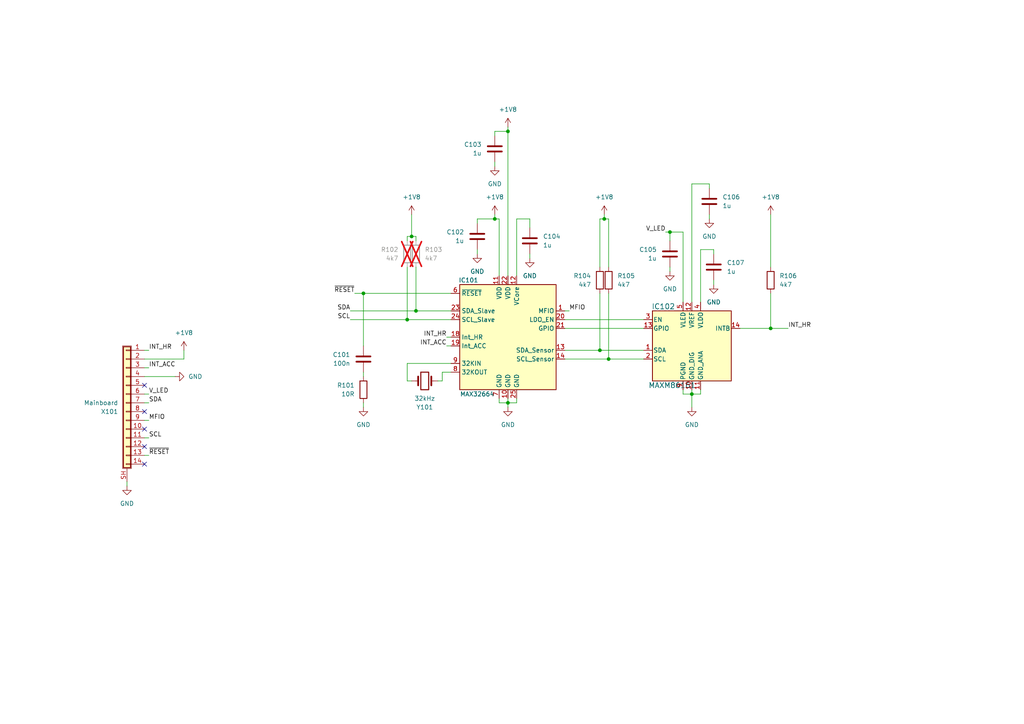
<source format=kicad_sch>
(kicad_sch (version 20230121) (generator eeschema)
  (paper "A4")
  (title_block (title "ZSWatch Heart rate") (date "2024-03-01") (rev "1") (company "github.com/jakkra/ZSWatch-HeartRate"))
  (lib_symbols
    (symbol "AnalogDevices_Kampi:MAX32664"
      (property "Reference" "IC" (at -12.7 16.51 0))
      (property "Value" "MAX32664" (at -8.89 -16.51 0))
      (symbol "MAX32664_1_1"
        (rectangle (start -13.97 15.24) (end 13.97 -15.24) (stroke (width 0.254)) (fill (type background)))
        (pin bidirectional line (at 16.51 7.62 180) (length 2.54) (name "MFIO") (number "1"))
        (pin passive line (at 0 -17.78 90) (length 2.54) (name "GND") (number "10"))
        (pin power_in line (at -2.54 17.78 270) (length 2.54) (name "VDD") (number "11"))
        (pin power_in line (at 2.54 17.78 270) (length 2.54) (name "VCore") (number "12"))
        (pin bidirectional line (at 16.51 -3.81 180) (length 2.54) (name "SDA_Sensor") (number "13"))
        (pin output line (at 16.51 -6.35 180) (length 2.54) (name "SCL_Sensor") (number "14"))
        (pin input line (at -16.51 0 0) (length 2.54) (name "Int_HR") (number "18"))
        (pin input line (at -16.51 -2.54 0) (length 2.54) (name "Int_ACC") (number "19"))
        (pin output line (at 16.51 5.08 180) (length 2.54) (name "LDO_EN") (number "20"))
        (pin bidirectional line (at 16.51 2.54 180) (length 2.54) (name "GPIO") (number "21"))
        (pin power_in line (at 0 17.78 270) (length 2.54) (name "VDD") (number "22"))
        (pin bidirectional line (at -16.51 7.62 0) (length 2.54) (name "SDA_Slave") (number "23"))
        (pin input line (at -16.51 5.08 0) (length 2.54) (name "SCL_Slave") (number "24"))
        (pin passive line (at 2.54 -17.78 90) (length 2.54) (name "GND") (number "25"))
        (pin input line (at -16.51 12.7 0) (length 2.54) (name "~{RESET}") (number "6"))
        (pin passive line (at -2.54 -17.78 90) (length 2.54) (name "GND") (number "7"))
        (pin output line (at -16.51 -10.16 0) (length 2.54) (name "32KOUT") (number "8"))
        (pin input line (at -16.51 -7.62 0) (length 2.54) (name "32KIN") (number "9"))
      )
    )
    (symbol "AnalogDevices_Kampi:MAXM86161" (pin_names (offset 0.254))
      (property "Reference" "IC" (at -10.16 11.43 0))
      (property "Value" "MAXM86161" (at -1.905 -11.43 0))
      (symbol "MAXM86161_1_1"
        (rectangle (start -11.43 10.16) (end 11.43 -10.16) (stroke (width 0.254)) (fill (type background)))
        (pin bidirectional line (at -13.97 -1.27 0) (length 2.54) (name "SDA") (number "1"))
        (pin passive line (at 0 -12.7 90) (length 2.54) (name "GND_DIG") (number "10"))
        (pin passive line (at 2.54 -12.7 90) (length 2.54) (name "GND_ANA") (number "11"))
        (pin power_in line (at 0 12.7 270) (length 2.54) (name "VREF") (number "12"))
        (pin bidirectional line (at -13.97 5.08 0) (length 2.54) (name "GPIO") (number "13"))
        (pin input line (at 13.97 5.08 180) (length 2.54) (name "INTB") (number "14"))
        (pin input line (at -13.97 -3.81 0) (length 2.54) (name "SCL") (number "2"))
        (pin input line (at -13.97 7.62 0) (length 2.54) (name "EN") (number "3"))
        (pin power_in line (at 2.54 12.7 270) (length 2.54) (name "VLDO") (number "4"))
        (pin power_in line (at -2.54 12.7 270) (length 2.54) (name "VLED") (number "5"))
        (pin passive line (at -2.54 -12.7 90) (length 2.54) (name "PGND") (number "9"))
      )
    )
    (symbol "Connector_Generic_Shielded:Conn_01x14_Shielded" (pin_names (offset 1.016) hide)
      (property "Reference" "J" (at 0.254 17.526 0))
      (property "Value" "Conn_01x14_Shielded" (at 1.016 -20.066 0))
      (symbol "Conn_01x14_Shielded_1_1"
        (rectangle (start -1.27 16.51) (end 1.27 -19.05) (stroke (width 0.1524)))
        (rectangle (start -1.016 -17.653) (end 0.254 -17.907) (stroke (width 0.1524)))
        (rectangle (start -1.016 -15.113) (end 0.254 -15.367) (stroke (width 0.1524)))
        (rectangle (start -1.016 -12.573) (end 0.254 -12.827) (stroke (width 0.1524)))
        (rectangle (start -1.016 -10.033) (end 0.254 -10.287) (stroke (width 0.1524)))
        (rectangle (start -1.016 -7.493) (end 0.254 -7.747) (stroke (width 0.1524)))
        (rectangle (start -1.016 -4.953) (end 0.254 -5.207) (stroke (width 0.1524)))
        (rectangle (start -1.016 -2.413) (end 0.254 -2.667) (stroke (width 0.1524)))
        (rectangle (start -1.016 0.127) (end 0.254 -0.127) (stroke (width 0.1524)))
        (rectangle (start -1.016 2.667) (end 0.254 2.413) (stroke (width 0.1524)))
        (rectangle (start -1.016 5.207) (end 0.254 4.953) (stroke (width 0.1524)))
        (rectangle (start -1.016 7.747) (end 0.254 7.493) (stroke (width 0.1524)))
        (rectangle (start -1.016 10.287) (end 0.254 10.033) (stroke (width 0.1524)))
        (rectangle (start -1.016 12.827) (end 0.254 12.573) (stroke (width 0.1524)))
        (rectangle (start -1.016 15.367) (end 0.254 15.113) (stroke (width 0.1524)))
        (rectangle (start -1.016 16.256) (end 1.016 -18.796) (stroke (width 0.254)) (fill (type background)))
        (pin passive line (at -5.08 15.24 0) (length 4.064) (name "Pin_1") (number "1"))
        (pin passive line (at -5.08 -7.62 0) (length 4.064) (name "Pin_10") (number "10"))
        (pin passive line (at -5.08 -10.16 0) (length 4.064) (name "Pin_11") (number "11"))
        (pin passive line (at -5.08 -12.7 0) (length 4.064) (name "Pin_12") (number "12"))
        (pin passive line (at -5.08 -15.24 0) (length 4.064) (name "Pin_13") (number "13"))
        (pin passive line (at -5.08 -17.78 0) (length 4.064) (name "Pin_14") (number "14"))
        (pin passive line (at -5.08 12.7 0) (length 4.064) (name "Pin_2") (number "2"))
        (pin passive line (at -5.08 10.16 0) (length 4.064) (name "Pin_3") (number "3"))
        (pin passive line (at -5.08 7.62 0) (length 4.064) (name "Pin_4") (number "4"))
        (pin passive line (at -5.08 5.08 0) (length 4.064) (name "Pin_5") (number "5"))
        (pin passive line (at -5.08 2.54 0) (length 4.064) (name "Pin_6") (number "6"))
        (pin passive line (at -5.08 0 0) (length 4.064) (name "Pin_7") (number "7"))
        (pin passive line (at -5.08 -2.54 0) (length 4.064) (name "Pin_8") (number "8"))
        (pin passive line (at -5.08 -5.08 0) (length 4.064) (name "Pin_9") (number "9"))
        (pin passive line (at 0 -22.86 90) (length 3.81) (name "Shield") (number "SH"))
      )
    )
    (symbol "Device:C" (pin_numbers hide) (pin_names (offset 0.254))
      (property "Reference" "C" (at 0.635 2.54 0))
      (property "Value" "C" (at 0.635 -2.54 0))
      (symbol "C_0_1"
        (polyline (pts (xy -2.032 -0.762) (xy 2.032 -0.762)) (stroke (width 0.508)))
        (polyline (pts (xy -2.032 0.762) (xy 2.032 0.762)) (stroke (width 0.508)))
      )
      (symbol "C_1_1"
        (pin passive line (at 0 3.81 270) (length 2.794) (name "~") (number "1"))
        (pin passive line (at 0 -3.81 90) (length 2.794) (name "~") (number "2"))
      )
    )
    (symbol "Device:Crystal" (pin_numbers hide) (pin_names (offset 1.016) hide)
      (property "Reference" "Y" (at 0 3.81 0))
      (property "Value" "Crystal" (at 0 -3.81 0))
      (symbol "Crystal_0_1"
        (rectangle (start -1.143 2.54) (end 1.143 -2.54) (stroke (width 0.3048)))
        (polyline (pts (xy -2.54 0) (xy -1.905 0)))
        (polyline (pts (xy -1.905 -1.27) (xy -1.905 1.27)) (stroke (width 0.508)))
        (polyline (pts (xy 1.905 -1.27) (xy 1.905 1.27)) (stroke (width 0.508)))
        (polyline (pts (xy 2.54 0) (xy 1.905 0)))
      )
      (symbol "Crystal_1_1"
        (pin passive line (at -3.81 0 0) (length 1.27) (name "1") (number "1"))
        (pin passive line (at 3.81 0 180) (length 1.27) (name "2") (number "2"))
      )
    )
    (symbol "Device:R" (pin_numbers hide) (pin_names (offset 0))
      (property "Reference" "R" (at 2.032 0 90))
      (property "Value" "R" (at 0 0 90))
      (symbol "R_0_1"
        (rectangle (start -1.016 -2.54) (end 1.016 2.54) (stroke (width 0.254)))
      )
      (symbol "R_1_1"
        (pin passive line (at 0 3.81 270) (length 1.27) (name "~") (number "1"))
        (pin passive line (at 0 -3.81 90) (length 1.27) (name "~") (number "2"))
      )
    )
    (symbol "power:+1V8" (power) (pin_names (offset 0))
      (property "Value" "+1V8" (at 0 3.556 0))
      (symbol "+1V8_0_1"
        (polyline (pts (xy -0.762 1.27) (xy 0 2.54)))
        (polyline (pts (xy 0 0) (xy 0 2.54)))
        (polyline (pts (xy 0 2.54) (xy 0.762 1.27)))
      )
      (symbol "+1V8_1_1"
        (pin power_in line (at 0 0 90) (length 0) hide (name "+1V8") (number "1"))
      )
    )
    (symbol "power:GND" (power) (pin_names (offset 0))
      (property "Value" "GND" (at 0 -3.81 0))
      (symbol "GND_0_1"
        (polyline (pts (xy 0 0) (xy 0 -1.27) (xy 1.27 -1.27) (xy 0 -2.54) (xy -1.27 -1.27) (xy 0 -1.27)))
      )
      (symbol "GND_1_1"
        (pin power_in line (at 0 0 270) (length 0) hide (name "GND") (number "1"))
      )
    )
  )
  (junction (at 176.53 104.14))
  (junction (at 147.32 38.1))
  (junction (at 120.65 90.17))
  (junction (at 194.31 67.31))
  (junction (at 119.38 68.58))
  (junction (at 105.41 85.09))
  (junction (at 147.32 116.84))
  (junction (at 118.11 92.71))
  (junction (at 175.26 63.5))
  (junction (at 223.52 95.25))
  (junction (at 173.99 101.6))
  (junction (at 143.51 63.5))
  (junction (at 200.66 114.3))
  (no_connect (at 41.91 129.54))
  (no_connect (at 41.91 124.46))
  (no_connect (at 41.91 119.38))
  (no_connect (at 41.91 134.62))
  (no_connect (at 41.91 111.76))
  (wire (pts (xy 173.99 77.47) (xy 173.99 63.5)))
  (wire (pts (xy 41.91 121.92) (xy 43.18 121.92)))
  (wire (pts (xy 223.52 95.25) (xy 228.6 95.25)))
  (wire (pts (xy 129.54 97.79) (xy 130.81 97.79)))
  (wire (pts (xy 173.99 63.5) (xy 175.26 63.5)))
  (wire (pts (xy 143.51 62.23) (xy 143.51 63.5)))
  (wire (pts (xy 127 110.49) (xy 128.27 110.49)))
  (wire (pts (xy 205.74 62.23) (xy 205.74 63.5)))
  (wire (pts (xy 102.87 85.09) (xy 105.41 85.09)))
  (wire (pts (xy 41.91 132.08) (xy 43.18 132.08)))
  (wire (pts (xy 207.01 72.39) (xy 207.01 73.66)))
  (wire (pts (xy 176.53 63.5) (xy 176.53 77.47)))
  (wire (pts (xy 118.11 105.41) (xy 118.11 110.49)))
  (wire (pts (xy 41.91 116.84) (xy 43.18 116.84)))
  (wire (pts (xy 118.11 69.85) (xy 118.11 68.58)))
  (wire (pts (xy 36.83 139.7) (xy 36.83 140.97)))
  (wire (pts (xy 41.91 104.14) (xy 53.34 104.14)))
  (wire (pts (xy 198.12 114.3) (xy 200.66 114.3)))
  (wire (pts (xy 200.66 114.3) (xy 203.2 114.3)))
  (wire (pts (xy 149.86 63.5) (xy 153.67 63.5)))
  (wire (pts (xy 105.41 107.95) (xy 105.41 109.22)))
  (wire (pts (xy 198.12 87.63) (xy 198.12 67.31)))
  (wire (pts (xy 149.86 80.01) (xy 149.86 63.5)))
  (wire (pts (xy 163.83 95.25) (xy 186.69 95.25)))
  (wire (pts (xy 129.54 100.33) (xy 130.81 100.33)))
  (wire (pts (xy 176.53 104.14) (xy 186.69 104.14)))
  (wire (pts (xy 147.32 38.1) (xy 147.32 80.01)))
  (wire (pts (xy 120.65 68.58) (xy 120.65 69.85)))
  (wire (pts (xy 143.51 46.99) (xy 143.51 48.26)))
  (wire (pts (xy 175.26 63.5) (xy 176.53 63.5)))
  (wire (pts (xy 120.65 90.17) (xy 130.81 90.17)))
  (wire (pts (xy 203.2 114.3) (xy 203.2 113.03)))
  (wire (pts (xy 163.83 104.14) (xy 176.53 104.14)))
  (wire (pts (xy 101.6 92.71) (xy 118.11 92.71)))
  (wire (pts (xy 101.6 90.17) (xy 120.65 90.17)))
  (wire (pts (xy 144.78 63.5) (xy 143.51 63.5)))
  (wire (pts (xy 163.83 92.71) (xy 186.69 92.71)))
  (wire (pts (xy 130.81 85.09) (xy 105.41 85.09)))
  (wire (pts (xy 205.74 53.34) (xy 205.74 54.61)))
  (wire (pts (xy 163.83 101.6) (xy 173.99 101.6)))
  (wire (pts (xy 118.11 92.71) (xy 130.81 92.71)))
  (wire (pts (xy 105.41 85.09) (xy 105.41 100.33)))
  (wire (pts (xy 194.31 67.31) (xy 194.31 69.85)))
  (wire (pts (xy 138.43 63.5) (xy 143.51 63.5)))
  (wire (pts (xy 105.41 116.84) (xy 105.41 118.11)))
  (wire (pts (xy 119.38 68.58) (xy 120.65 68.58)))
  (wire (pts (xy 130.81 107.95) (xy 128.27 107.95)))
  (wire (pts (xy 41.91 109.22) (xy 50.8 109.22)))
  (wire (pts (xy 118.11 110.49) (xy 119.38 110.49)))
  (wire (pts (xy 138.43 72.39) (xy 138.43 73.66)))
  (wire (pts (xy 120.65 77.47) (xy 120.65 90.17)))
  (wire (pts (xy 153.67 73.66) (xy 153.67 74.93)))
  (wire (pts (xy 207.01 81.28) (xy 207.01 82.55)))
  (wire (pts (xy 144.78 63.5) (xy 144.78 80.01)))
  (wire (pts (xy 147.32 36.83) (xy 147.32 38.1)))
  (wire (pts (xy 41.91 114.3) (xy 43.18 114.3)))
  (wire (pts (xy 41.91 101.6) (xy 43.18 101.6)))
  (wire (pts (xy 144.78 116.84) (xy 147.32 116.84)))
  (wire (pts (xy 203.2 87.63) (xy 203.2 72.39)))
  (wire (pts (xy 194.31 67.31) (xy 198.12 67.31)))
  (wire (pts (xy 198.12 113.03) (xy 198.12 114.3)))
  (wire (pts (xy 194.31 77.47) (xy 194.31 78.74)))
  (wire (pts (xy 41.91 106.68) (xy 43.18 106.68)))
  (wire (pts (xy 147.32 116.84) (xy 149.86 116.84)))
  (wire (pts (xy 130.81 105.41) (xy 118.11 105.41)))
  (wire (pts (xy 147.32 116.84) (xy 147.32 118.11)))
  (wire (pts (xy 119.38 62.23) (xy 119.38 68.58)))
  (wire (pts (xy 193.04 67.31) (xy 194.31 67.31)))
  (wire (pts (xy 163.83 90.17) (xy 165.1 90.17)))
  (wire (pts (xy 203.2 72.39) (xy 207.01 72.39)))
  (wire (pts (xy 118.11 77.47) (xy 118.11 92.71)))
  (wire (pts (xy 176.53 85.09) (xy 176.53 104.14)))
  (wire (pts (xy 128.27 110.49) (xy 128.27 107.95)))
  (wire (pts (xy 41.91 127) (xy 43.18 127)))
  (wire (pts (xy 53.34 104.14) (xy 53.34 101.6)))
  (wire (pts (xy 200.66 114.3) (xy 200.66 118.11)))
  (wire (pts (xy 200.66 53.34) (xy 205.74 53.34)))
  (wire (pts (xy 200.66 113.03) (xy 200.66 114.3)))
  (wire (pts (xy 214.63 95.25) (xy 223.52 95.25)))
  (wire (pts (xy 200.66 87.63) (xy 200.66 53.34)))
  (wire (pts (xy 138.43 64.77) (xy 138.43 63.5)))
  (wire (pts (xy 153.67 63.5) (xy 153.67 66.04)))
  (wire (pts (xy 143.51 39.37) (xy 143.51 38.1)))
  (wire (pts (xy 173.99 101.6) (xy 186.69 101.6)))
  (wire (pts (xy 143.51 38.1) (xy 147.32 38.1)))
  (wire (pts (xy 147.32 115.57) (xy 147.32 116.84)))
  (wire (pts (xy 173.99 85.09) (xy 173.99 101.6)))
  (wire (pts (xy 149.86 116.84) (xy 149.86 115.57)))
  (wire (pts (xy 223.52 95.25) (xy 223.52 85.09)))
  (wire (pts (xy 144.78 115.57) (xy 144.78 116.84)))
  (wire (pts (xy 223.52 62.23) (xy 223.52 77.47)))
  (wire (pts (xy 118.11 68.58) (xy 119.38 68.58)))
  (wire (pts (xy 175.26 62.23) (xy 175.26 63.5)))
  (label "MFIO" (at 43.18 121.92 0))
  (label "INT_ACC" (at 43.18 106.68 0))
  (label "INT_HR" (at 228.6 95.25 0))
  (label "MFIO" (at 165.1 90.17 0))
  (label "V_LED" (at 193.04 67.31 180))
  (label "INT_HR" (at 43.18 101.6 0))
  (label "INT_HR" (at 129.54 97.79 180))
  (label "SDA" (at 101.6 90.17 180))
  (label "SCL" (at 101.6 92.71 180))
  (label "INT_ACC" (at 129.54 100.33 180))
  (label "SDA" (at 43.18 116.84 0))
  (label "~{RESET}" (at 102.87 85.09 180))
  (label "~{RESET}" (at 43.18 132.08 0))
  (label "SCL" (at 43.18 127 0))
  (label "V_LED" (at 43.18 114.3 0))
  (symbol (lib_id "power:+1V8") (at 147.32 36.83 0) (unit 1)
    (property "Reference" "#PWR0108" (effects hide))
    (property "Value" "+1V8" (at 147.32 31.75 0))
  )
  (symbol (lib_id "power:GND") (at 153.67 74.93 0) (unit 1)
    (property "Reference" "#PWR0110" (effects hide))
    (property "Value" "GND" (at 153.67 80.01 0))
  )
  (symbol (lib_id "power:GND") (at 194.31 78.74 0) (mirror y) (unit 1)
    (property "Reference" "#PWR0112" (effects hide))
    (property "Value" "GND" (at 194.31 83.82 0))
  )
  (symbol (lib_id "Device:R") (at 118.11 73.66 0) (mirror y) (unit 1) (dnp yes)
    (property "Reference" "R102" (at 115.57 72.39 0) (effects (justify left)))
    (property "Value" "4k7" (at 115.57 74.93 0) (effects (justify left)))
    (property "Footprint" "Resistor_SMD:R_0603_1608Metric_Pad0.98x0.95mm_HandSolder" (effects hide))
    (property "Datasheet" "https://www.mouser.de/datasheet/2/54/cr-1858361.pdf" (effects hide))
    (property "Mfr." "Bourns" (effects hide))
    (property "Mfr. No." "CR0603-JW-472ELF" (effects hide))
    (property "Distributor" "Mouser" (effects hide))
    (property "Order Number" "652-CR0603-JW-472ELF" (effects hide))
    (property "CONFIG" "Full" (effects hide))
  )
  (symbol (lib_id "Connector_Generic_Shielded:Conn_01x14_Shielded") (at 36.83 116.84 0) (mirror y) (unit 1)
    (property "Reference" "X101" (at 34.29 119.38 0) (effects (justify left)))
    (property "Value" "Mainboard" (at 34.29 116.84 0) (effects (justify left)))
    (property "Footprint" "Amphenol:101R014FB110" (effects hide))
    (property "Datasheet" "https://cdn.amphenol-cs.com/media/wysiwyg/files/drawing/101r014fb110.pdf" (effects hide))
    (property "Mfr." "Amphenol ICC (FCI)" (effects hide))
    (property "Mfr. No." "101R014FB110" (effects hide))
    (property "Distributor" "Mouser" (effects hide))
    (property "Order Number" "649-101R014FB110" (effects hide))
    (property "CONFIG" "Full" (effects hide))
  )
  (symbol (lib_id "Device:R") (at 105.41 113.03 0) (mirror x) (unit 1)
    (property "Reference" "R101" (at 102.87 111.76 0) (effects (justify right)))
    (property "Value" "10R" (at 102.87 114.3 0) (effects (justify right)))
    (property "Footprint" "Resistor_SMD:R_0603_1608Metric_Pad0.98x0.95mm_HandSolder" (effects hide))
    (property "Datasheet" "https://www.mouser.de/datasheet/2/54/cr-1858361.pdf" (effects hide))
    (property "Mfr." "Bourns" (effects hide))
    (property "Mfr. No." "CR0603-JW-100ELF" (effects hide))
    (property "Distributor" "Mouser" (effects hide))
    (property "Order Number" "652-CR0603-JW-100ELF" (effects hide))
    (property "CONFIG" "Full" (effects hide))
  )
  (symbol (lib_id "power:+1V8") (at 53.34 101.6 0) (unit 1)
    (property "Reference" "#PWR0101" (effects hide))
    (property "Value" "+1V8" (at 53.34 96.52 0))
  )
  (symbol (lib_id "power:GND") (at 205.74 63.5 0) (unit 1)
    (property "Reference" "#PWR0114" (effects hide))
    (property "Value" "GND" (at 205.74 68.58 0))
  )
  (symbol (lib_id "AnalogDevices_Kampi:MAX32664") (at 147.32 97.79 0) (unit 1)
    (property "Reference" "IC101" (at 135.89 81.28 0))
    (property "Value" "MAX32664" (at 138.43 114.3 0))
    (property "Footprint" "Package_DFN_QFN:QFN-24-1EP_3x3mm_P0.4mm_EP1.75x1.6mm" (effects hide))
    (property "Datasheet" "https://www.analog.com/media/en/technical-documentation/data-sheets/MAX32664.pdf" (effects hide))
    (property "Mfr." "Analog Devices / Maxim Integrated" (effects hide))
    (property "Mfr. No." "MAX32664GTGC+" (effects hide))
    (property "Distributor" "Mouser" (effects hide))
    (property "Order Number" "700-MAX32664GTGC+" (effects hide))
    (property "CONFIG" "Full" (effects hide))
  )
  (symbol (lib_id "Device:R") (at 223.52 81.28 0) (unit 1)
    (property "Reference" "R106" (at 226.06 80.01 0) (effects (justify left)))
    (property "Value" "4k7" (at 226.06 82.55 0) (effects (justify left)))
    (property "Footprint" "Resistor_SMD:R_0603_1608Metric_Pad0.98x0.95mm_HandSolder" (effects hide))
    (property "Datasheet" "https://www.mouser.de/datasheet/2/54/cr-1858361.pdf" (effects hide))
    (property "Mfr." "Bourns" (effects hide))
    (property "Mfr. No." "CR0603-JW-472ELF" (effects hide))
    (property "Distributor" "Mouser" (effects hide))
    (property "Order Number" "652-CR0603-JW-472ELF" (effects hide))
    (property "CONFIG" "Full" (effects hide))
  )
  (symbol (lib_id "Device:C") (at 105.41 104.14 0) (mirror y) (unit 1)
    (property "Reference" "C101" (at 101.6 102.87 0) (effects (justify left)))
    (property "Value" "100n" (at 101.6 105.41 0) (effects (justify left)))
    (property "Footprint" "Capacitor_SMD:C_0603_1608Metric_Pad1.08x0.95mm_HandSolder" (effects hide))
    (property "Datasheet" "https://www.mouser.de/datasheet/2/447/KEM_C1002_X7R_SMD-3316098.pdf" (effects hide))
    (property "Mfr." "KEMET" (effects hide))
    (property "Mfr. No." "C0603C104K8RAC" (effects hide))
    (property "Distributor" "Mouser" (effects hide))
    (property "Order Number" "80-C0603C104K8RAC" (effects hide))
    (property "CONFIG" "Full" (effects hide))
  )
  (symbol (lib_id "Device:Crystal") (at 123.19 110.49 0) (unit 1)
    (property "Reference" "Y101" (at 123.19 118.11 0))
    (property "Value" "32kHz" (at 123.19 115.57 0))
    (property "Footprint" "Crystal:Crystal_SMD_3215-2Pin_3.2x1.5mm" (effects hide))
    (property "Datasheet" "https://www.mouser.de/datasheet/2/3/ABS07-3080027.pdf" (effects hide))
    (property "Mfr." "ABRACON" (effects hide))
    (property "Mfr. No." "ABS07-32.768KHZ-6-T" (effects hide))
    (property "Distributor" "Mouser" (effects hide))
    (property "Order Number" "815-ABS07-32.768K6T" (effects hide))
    (property "CONFIG" "Full" (effects hide))
  )
  (symbol (lib_id "Device:R") (at 176.53 81.28 0) (unit 1)
    (property "Reference" "R105" (at 179.07 80.01 0) (effects (justify left)))
    (property "Value" "4k7" (at 179.07 82.55 0) (effects (justify left)))
    (property "Footprint" "Resistor_SMD:R_0603_1608Metric_Pad0.98x0.95mm_HandSolder" (effects hide))
    (property "Datasheet" "https://www.mouser.de/datasheet/2/54/cr-1858361.pdf" (effects hide))
    (property "Mfr." "Bourns" (effects hide))
    (property "Mfr. No." "CR0603-JW-472ELF" (effects hide))
    (property "Distributor" "Mouser" (effects hide))
    (property "Order Number" "652-CR0603-JW-472ELF" (effects hide))
    (property "CONFIG" "Full" (effects hide))
  )
  (symbol (lib_id "power:+1V8") (at 223.52 62.23 0) (unit 1)
    (property "Reference" "#PWR0116" (effects hide))
    (property "Value" "+1V8" (at 223.52 57.15 0))
  )
  (symbol (lib_id "power:GND") (at 105.41 118.11 0) (unit 1)
    (property "Reference" "#PWR0103" (effects hide))
    (property "Value" "GND" (at 105.41 123.19 0))
  )
  (symbol (lib_id "power:GND") (at 147.32 118.11 0) (unit 1)
    (property "Reference" "#PWR0109" (effects hide))
    (property "Value" "GND" (at 147.32 123.19 0))
  )
  (symbol (lib_id "Device:R") (at 173.99 81.28 0) (mirror y) (unit 1)
    (property "Reference" "R104" (at 171.45 80.01 0) (effects (justify left)))
    (property "Value" "4k7" (at 171.45 82.55 0) (effects (justify left)))
    (property "Footprint" "Resistor_SMD:R_0603_1608Metric_Pad0.98x0.95mm_HandSolder" (effects hide))
    (property "Datasheet" "https://www.mouser.de/datasheet/2/54/cr-1858361.pdf" (effects hide))
    (property "Mfr." "Bourns" (effects hide))
    (property "Mfr. No." "CR0603-JW-472ELF" (effects hide))
    (property "Distributor" "Mouser" (effects hide))
    (property "Order Number" "652-CR0603-JW-472ELF" (effects hide))
    (property "CONFIG" "Full" (effects hide))
  )
  (symbol (lib_id "Device:C") (at 194.31 73.66 0) (mirror y) (unit 1)
    (property "Reference" "C105" (at 190.5 72.39 0) (effects (justify left)))
    (property "Value" "1u" (at 190.5 74.93 0) (effects (justify left)))
    (property "Footprint" "Capacitor_SMD:C_0603_1608Metric_Pad1.08x0.95mm_HandSolder" (effects hide))
    (property "Datasheet" "https://www.mouser.de/datasheet/2/447/KEM_C1002_X7R_SMD-3316098.pdf" (effects hide))
    (property "Mfr." "KEMET" (effects hide))
    (property "Mfr. No." "C0603C105K8RAC" (effects hide))
    (property "Distributor" "Mouser" (effects hide))
    (property "Order Number" "80-C0603C105K8RAC" (effects hide))
    (property "CONFIG" "Full" (effects hide))
  )
  (symbol (lib_id "Device:C") (at 138.43 68.58 0) (mirror y) (unit 1)
    (property "Reference" "C102" (at 134.62 67.31 0) (effects (justify left)))
    (property "Value" "1u" (at 134.62 69.85 0) (effects (justify left)))
    (property "Footprint" "Capacitor_SMD:C_0603_1608Metric_Pad1.08x0.95mm_HandSolder" (effects hide))
    (property "Datasheet" "https://www.mouser.de/datasheet/2/447/KEM_C1002_X7R_SMD-3316098.pdf" (effects hide))
    (property "Mfr." "KEMET" (effects hide))
    (property "Mfr. No." "C0603C105K8RAC" (effects hide))
    (property "Distributor" "Mouser" (effects hide))
    (property "Order Number" "80-C0603C105K8RAC" (effects hide))
    (property "CONFIG" "Full" (effects hide))
  )
  (symbol (lib_id "power:GND") (at 50.8 109.22 90) (unit 1)
    (property "Reference" "#PWR0102" (effects hide))
    (property "Value" "GND" (at 54.61 109.22 90) (effects (justify right)))
  )
  (symbol (lib_id "power:+1V8") (at 119.38 62.23 0) (unit 1)
    (property "Reference" "#PWR0104" (effects hide))
    (property "Value" "+1V8" (at 119.38 57.15 0))
  )
  (symbol (lib_id "power:GND") (at 200.66 118.11 0) (unit 1)
    (property "Reference" "#PWR0113" (effects hide))
    (property "Value" "GND" (at 200.66 123.19 0))
  )
  (symbol (lib_id "Device:C") (at 205.74 58.42 0) (unit 1)
    (property "Reference" "C106" (at 209.55 57.15 0) (effects (justify left)))
    (property "Value" "1u" (at 209.55 59.69 0) (effects (justify left)))
    (property "Footprint" "Capacitor_SMD:C_0603_1608Metric_Pad1.08x0.95mm_HandSolder" (effects hide))
    (property "Datasheet" "https://www.mouser.de/datasheet/2/447/KEM_C1002_X7R_SMD-3316098.pdf" (effects hide))
    (property "Mfr." "KEMET" (effects hide))
    (property "Mfr. No." "C0603C105K8RAC" (effects hide))
    (property "Distributor" "Mouser" (effects hide))
    (property "Order Number" "80-C0603C105K8RAC" (effects hide))
    (property "CONFIG" "Full" (effects hide))
  )
  (symbol (lib_id "Device:C") (at 153.67 69.85 0) (unit 1)
    (property "Reference" "C104" (at 157.48 68.58 0) (effects (justify left)))
    (property "Value" "1u" (at 157.48 71.12 0) (effects (justify left)))
    (property "Footprint" "Capacitor_SMD:C_0603_1608Metric_Pad1.08x0.95mm_HandSolder" (effects hide))
    (property "Datasheet" "https://www.mouser.de/datasheet/2/447/KEM_C1002_X7R_SMD-3316098.pdf" (effects hide))
    (property "Mfr." "KEMET" (effects hide))
    (property "Mfr. No." "C0603C105K8RAC" (effects hide))
    (property "Distributor" "Mouser" (effects hide))
    (property "Order Number" "80-C0603C105K8RAC" (effects hide))
    (property "CONFIG" "Full" (effects hide))
  )
  (symbol (lib_id "power:+1V8") (at 143.51 62.23 0) (unit 1)
    (property "Reference" "#PWR0107" (effects hide))
    (property "Value" "+1V8" (at 143.51 57.15 0))
  )
  (symbol (lib_id "power:GND") (at 143.51 48.26 0) (unit 1)
    (property "Reference" "#PWR0106" (effects hide))
    (property "Value" "GND" (at 143.51 53.34 0))
  )
  (symbol (lib_id "power:GND") (at 207.01 82.55 0) (unit 1)
    (property "Reference" "#PWR0115" (effects hide))
    (property "Value" "GND" (at 207.01 87.63 0))
  )
  (symbol (lib_id "Device:C") (at 143.51 43.18 0) (mirror y) (unit 1)
    (property "Reference" "C103" (at 139.7 41.91 0) (effects (justify left)))
    (property "Value" "1u" (at 139.7 44.45 0) (effects (justify left)))
    (property "Footprint" "Capacitor_SMD:C_0603_1608Metric_Pad1.08x0.95mm_HandSolder" (effects hide))
    (property "Datasheet" "https://www.mouser.de/datasheet/2/447/KEM_C1002_X7R_SMD-3316098.pdf" (effects hide))
    (property "Mfr." "KEMET" (effects hide))
    (property "Mfr. No." "C0603C105K8RAC" (effects hide))
    (property "Distributor" "Mouser" (effects hide))
    (property "Order Number" "80-C0603C105K8RAC" (effects hide))
    (property "CONFIG" "Full" (effects hide))
  )
  (symbol (lib_id "Device:R") (at 120.65 73.66 0) (unit 1) (dnp yes)
    (property "Reference" "R103" (at 123.19 72.39 0) (effects (justify left)))
    (property "Value" "4k7" (at 123.19 74.93 0) (effects (justify left)))
    (property "Footprint" "Resistor_SMD:R_0603_1608Metric_Pad0.98x0.95mm_HandSolder" (effects hide))
    (property "Datasheet" "https://www.mouser.de/datasheet/2/54/cr-1858361.pdf" (effects hide))
    (property "Mfr." "Bourns" (effects hide))
    (property "Mfr. No." "CR0603-JW-472ELF" (effects hide))
    (property "Distributor" "Mouser" (effects hide))
    (property "Order Number" "652-CR0603-JW-472ELF" (effects hide))
    (property "CONFIG" "Full" (effects hide))
  )
  (symbol (lib_id "AnalogDevices_Kampi:MAXM86161") (at 200.66 100.33 0) (unit 1)
    (property "Reference" "IC102" (at 192.405 88.9 0) (effects (font (size 1.524 1.524))))
    (property "Value" "MAXM86161" (at 194.945 111.76 0) (effects (font (size 1.524 1.524))))
    (property "Footprint" "AnalogDevices:MAXM8616" (effects hide))
    (property "Datasheet" "https://www.analog.com/media/en/technical-documentation/data-sheets/maxm86161.pdf" (effects hide))
    (property "Mfr." "Analog Devices / Maxim Integrated" (effects hide))
    (property "Mfr. No." "MAXM86161EFD+T" (effects hide))
    (property "Distributor" "Mouser" (effects hide))
    (property "Order Number" "700-MAXM86161EFD+T" (effects hide))
    (property "CONFIG" "Full" (effects hide))
  )
  (symbol (lib_id "Device:C") (at 207.01 77.47 0) (unit 1)
    (property "Reference" "C107" (at 210.82 76.2 0) (effects (justify left)))
    (property "Value" "1u" (at 210.82 78.74 0) (effects (justify left)))
    (property "Footprint" "Capacitor_SMD:C_0603_1608Metric_Pad1.08x0.95mm_HandSolder" (effects hide))
    (property "Datasheet" "https://www.mouser.de/datasheet/2/447/KEM_C1002_X7R_SMD-3316098.pdf" (effects hide))
    (property "Mfr." "KEMET" (effects hide))
    (property "Mfr. No." "C0603C105K8RAC" (effects hide))
    (property "Distributor" "Mouser" (effects hide))
    (property "Order Number" "80-C0603C105K8RAC" (effects hide))
    (property "CONFIG" "Full" (effects hide))
  )
  (symbol (lib_id "power:GND") (at 138.43 73.66 0) (unit 1)
    (property "Reference" "#PWR0105" (effects hide))
    (property "Value" "GND" (at 138.43 78.74 0))
  )
  (symbol (lib_id "power:GND") (at 36.83 140.97 0) (unit 1)
    (property "Reference" "#PWR0117" (effects hide))
    (property "Value" "GND" (at 36.83 146.05 0))
  )
  (symbol (lib_id "power:+1V8") (at 175.26 62.23 0) (unit 1)
    (property "Reference" "#PWR0111" (effects hide))
    (property "Value" "+1V8" (at 175.26 57.15 0))
  )
)
</source>
